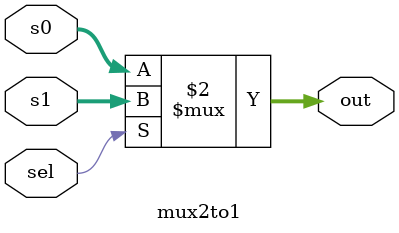
<source format=v>
module mux2to1 #(parameter size = 32)
(
input signed [size-1:0]s0,
input signed [size-1:0]s1,
input sel,
output signed [size-1:0]out);

assign out = (sel == 0)?s0:s1;

endmodule
</source>
